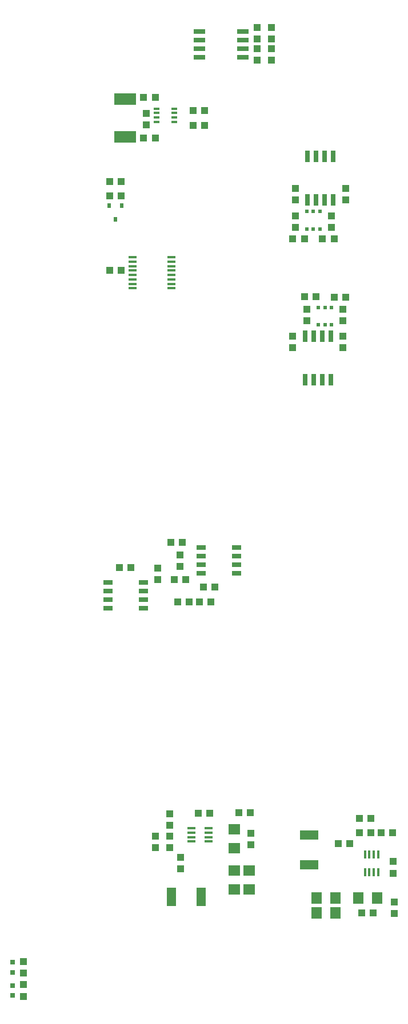
<source format=gbr>
G04 EAGLE Gerber RS-274X export*
G75*
%MOMM*%
%FSLAX34Y34*%
%LPD*%
%INSolderpaste Bottom*%
%IPPOS*%
%AMOC8*
5,1,8,0,0,1.08239X$1,22.5*%
G01*
%ADD10R,0.560000X0.730000*%
%ADD11R,1.000000X1.100000*%
%ADD12R,1.260000X0.360000*%
%ADD13R,3.200000X1.800000*%
%ADD14R,1.780000X0.720000*%
%ADD15R,1.100000X1.000000*%
%ADD16R,0.720000X1.780000*%
%ADD17R,0.600000X0.600000*%
%ADD18R,0.900000X0.400000*%
%ADD19R,0.400000X1.200000*%
%ADD20R,1.800000X1.600000*%
%ADD21R,1.600000X1.800000*%
%ADD22R,2.800000X1.400000*%
%ADD23R,1.200000X0.400000*%
%ADD24R,1.400000X2.800000*%
%ADD25R,0.800000X0.800000*%
%ADD26R,1.400000X0.635000*%


D10*
X177623Y1425058D03*
X187123Y1445058D03*
X168123Y1445058D03*
D11*
X169500Y1460000D03*
X186500Y1460000D03*
X186500Y1481000D03*
X169500Y1481000D03*
X292500Y1564000D03*
X309500Y1564000D03*
X292500Y1586000D03*
X309500Y1586000D03*
D12*
X261000Y1368750D03*
X261000Y1362250D03*
X261000Y1355750D03*
X261000Y1349250D03*
X261000Y1342750D03*
X261000Y1336250D03*
X261000Y1329750D03*
X261000Y1323250D03*
X203000Y1323250D03*
X203000Y1329750D03*
X203000Y1336250D03*
X203000Y1342750D03*
X203000Y1349250D03*
X203000Y1355750D03*
X203000Y1362250D03*
X203000Y1368750D03*
D11*
X219500Y1545000D03*
X236500Y1545000D03*
X219500Y1605000D03*
X236500Y1605000D03*
X223000Y1564500D03*
X223000Y1581500D03*
D13*
X192000Y1603000D03*
X192000Y1547000D03*
D14*
X366300Y1703050D03*
X366300Y1690350D03*
X366300Y1677650D03*
X366300Y1664950D03*
X301700Y1664950D03*
X301700Y1677650D03*
X301700Y1690350D03*
X301700Y1703050D03*
D15*
X388000Y1691500D03*
X388000Y1708500D03*
X409000Y1708500D03*
X409000Y1691500D03*
X388000Y1660500D03*
X388000Y1677500D03*
X409000Y1677500D03*
X409000Y1660500D03*
D16*
X458950Y1252300D03*
X471650Y1252300D03*
X484350Y1252300D03*
X497050Y1252300D03*
X497050Y1187700D03*
X484350Y1187700D03*
X471650Y1187700D03*
X458950Y1187700D03*
D17*
X478500Y1295000D03*
X488000Y1295000D03*
X497500Y1295000D03*
X497500Y1269000D03*
X488000Y1269000D03*
X478500Y1269000D03*
D15*
X440000Y1235500D03*
X440000Y1252500D03*
X515000Y1235500D03*
X515000Y1252500D03*
X461000Y1275500D03*
X461000Y1292500D03*
X515000Y1275500D03*
X515000Y1292500D03*
D11*
X474500Y1311000D03*
X457500Y1311000D03*
X501500Y1310000D03*
X518500Y1310000D03*
D16*
X500050Y1453700D03*
X487350Y1453700D03*
X474650Y1453700D03*
X461950Y1453700D03*
X461950Y1518300D03*
X474650Y1518300D03*
X487350Y1518300D03*
X500050Y1518300D03*
D17*
X480500Y1411000D03*
X471000Y1411000D03*
X461500Y1411000D03*
X461500Y1437000D03*
X471000Y1437000D03*
X480500Y1437000D03*
D15*
X519000Y1470500D03*
X519000Y1453500D03*
X444000Y1470500D03*
X444000Y1453500D03*
X498000Y1430500D03*
X498000Y1413500D03*
X444000Y1430500D03*
X444000Y1413500D03*
D11*
X484500Y1396000D03*
X501500Y1396000D03*
X457500Y1396000D03*
X440500Y1396000D03*
X169500Y1350000D03*
X186500Y1350000D03*
D18*
X239000Y1569250D03*
X239000Y1575750D03*
X239000Y1582250D03*
X239000Y1588750D03*
X265000Y1588750D03*
X265000Y1582250D03*
X265000Y1575750D03*
X265000Y1569250D03*
D19*
X566750Y460000D03*
X560250Y460000D03*
X553750Y460000D03*
X547250Y460000D03*
X547250Y486000D03*
X553750Y486000D03*
X560250Y486000D03*
X566750Y486000D03*
D11*
X589000Y458500D03*
X589000Y475500D03*
D15*
X591000Y415500D03*
X591000Y398500D03*
D20*
X354000Y495000D03*
X354000Y523000D03*
D11*
X378000Y500500D03*
X378000Y517500D03*
D15*
X507500Y502000D03*
X524500Y502000D03*
D11*
X571500Y518000D03*
X588500Y518000D03*
X556500Y518000D03*
X539500Y518000D03*
D15*
X539500Y539000D03*
X556500Y539000D03*
D21*
X504000Y422000D03*
X476000Y422000D03*
X504000Y400000D03*
X476000Y400000D03*
D22*
X465000Y471000D03*
X465000Y515000D03*
D23*
X316000Y524750D03*
X316000Y518250D03*
X316000Y511750D03*
X316000Y505250D03*
X290000Y505250D03*
X290000Y511750D03*
X290000Y518250D03*
X290000Y524750D03*
D15*
X317500Y547000D03*
X300500Y547000D03*
D11*
X360500Y548000D03*
X377500Y548000D03*
D21*
X537200Y421600D03*
X565200Y421600D03*
D15*
X542600Y399600D03*
X559600Y399600D03*
D11*
X274000Y464500D03*
X274000Y481500D03*
D15*
X258000Y529500D03*
X258000Y546500D03*
X258000Y513500D03*
X258000Y496500D03*
D11*
X237000Y496500D03*
X237000Y513500D03*
D20*
X375500Y462000D03*
X375500Y434000D03*
X353500Y462000D03*
X353500Y434000D03*
D24*
X305000Y423000D03*
X261000Y423000D03*
D25*
X25000Y292500D03*
X25000Y277500D03*
D15*
X41000Y276500D03*
X41000Y293500D03*
D25*
X25000Y326500D03*
X25000Y311500D03*
D15*
X41000Y310500D03*
X41000Y327500D03*
X307800Y881700D03*
X324800Y881700D03*
X183700Y910500D03*
X200700Y910500D03*
D11*
X281800Y892500D03*
X264800Y892500D03*
X286900Y859500D03*
X269900Y859500D03*
D15*
X240500Y909100D03*
X240500Y892100D03*
X273500Y928900D03*
X273500Y911900D03*
D11*
X318700Y859500D03*
X301700Y859500D03*
X277000Y947500D03*
X260000Y947500D03*
D26*
X305000Y901700D03*
X305000Y914400D03*
X305000Y927100D03*
X305000Y939800D03*
X357000Y939800D03*
X357000Y927100D03*
X357000Y914400D03*
X357000Y901700D03*
X218800Y888300D03*
X218800Y875600D03*
X218800Y862900D03*
X218800Y850200D03*
X166800Y850200D03*
X166800Y862900D03*
X166800Y875600D03*
X166800Y888300D03*
M02*

</source>
